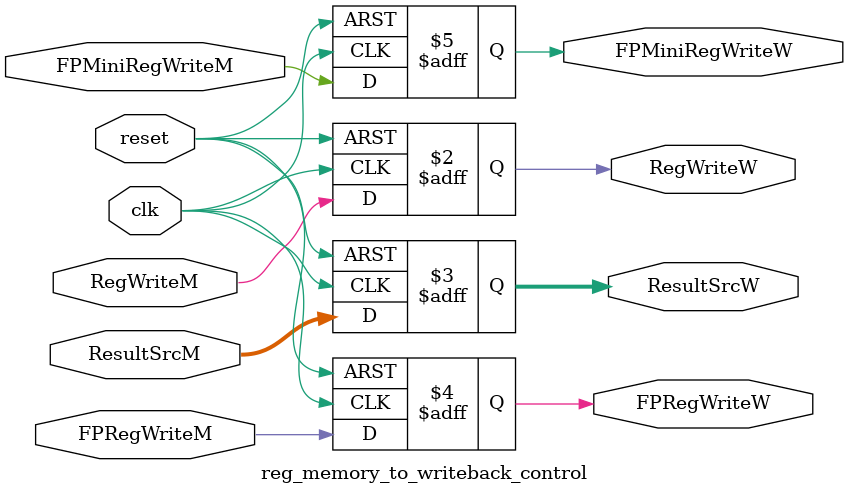
<source format=v>
module reg_memory_to_writeback_control(
        input             clk,
        input             reset,

        // --------- CONTROL desde etapa M ---------
        input             RegWriteM,
        input      [1:0]  ResultSrcM,
        input FPRegWriteM,  // NUEVO

        // --------- CONTROL hacia etapa W --------
        output reg        RegWriteW,
        output reg [1:0]  ResultSrcW,
        output reg FPRegWriteW,  // NUEVO


        input FPMiniRegWriteM,
        output reg FPMiniRegWriteW  // NUEVO

    );

    always @ (posedge clk or posedge reset) begin
        if (reset) begin
            // CONTROL
            RegWriteW  <= 1'b0;
            ResultSrcW <= 2'b0;
            FPRegWriteW <= 0;
            FPMiniRegWriteW <= 0;
        end
        else begin
            // CONTROL
            RegWriteW  <= RegWriteM;
            ResultSrcW <= ResultSrcM;
            FPRegWriteW <= FPRegWriteM;
            FPMiniRegWriteW <= FPMiniRegWriteM;
        end
    end

endmodule
</source>
